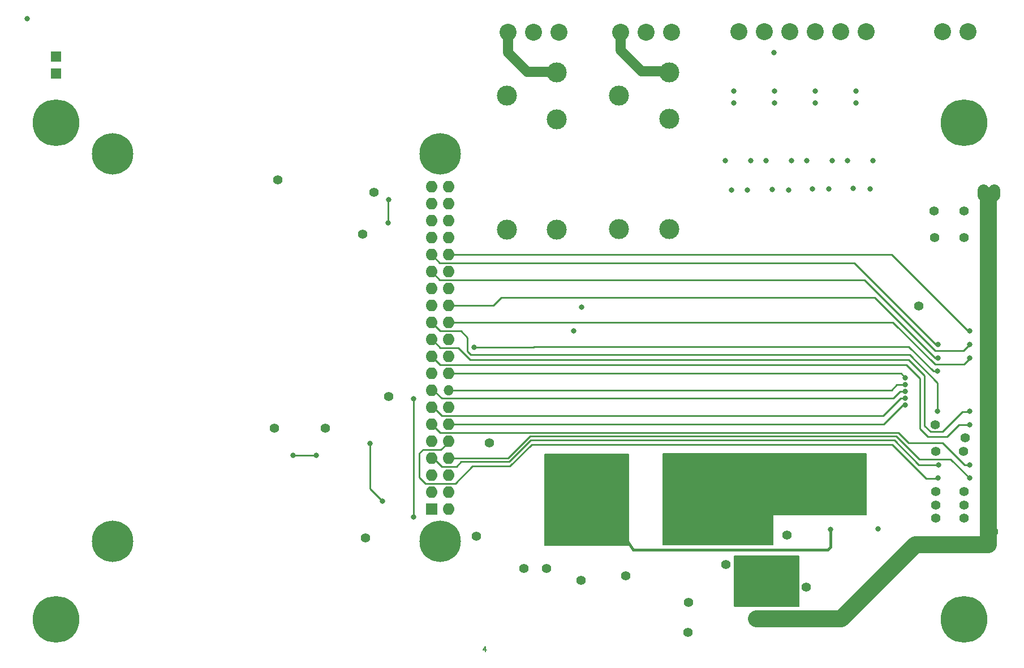
<source format=gbr>
%FSLAX23Y23*%
%MOIN*%
G04 EasyPC Gerber Version 17.0 Build 3379 *
%ADD74O,0.06000X0.06000*%
%ADD73O,0.07000X0.07000*%
%ADD77R,0.06000X0.06000*%
%ADD75R,0.07000X0.07000*%
%ADD28C,0.00500*%
%ADD83C,0.01000*%
%ADD85C,0.01500*%
%ADD81C,0.03200*%
%ADD82C,0.05000*%
%ADD80C,0.05600*%
%ADD86C,0.06000*%
%ADD84C,0.07000*%
%ADD78C,0.10000*%
%ADD79C,0.11811*%
%ADD76C,0.24409*%
%ADD72C,0.27500*%
X0Y0D02*
D02*
D28*
X2809Y87D02*
Y117D01*
X2797Y97*
X2817*
X3654Y713D02*
Y1252D01*
X3160*
Y713*
X3654*
G36*
Y1252*
X3160*
Y713*
X3654*
G37*
X3855Y1253D02*
Y719D01*
X4504*
Y894*
X5053*
Y1253*
X3855*
G36*
Y719*
X4504*
Y894*
X5053*
Y1253*
X3855*
G37*
X4655Y651D02*
X4276D01*
Y357*
X4278Y354*
X4655*
Y651*
G36*
X4276*
Y357*
X4278Y354*
X4655*
Y651*
G37*
D02*
D72*
X279Y278D03*
Y3203D03*
X5629Y278D03*
Y3203D03*
D02*
D73*
X2491Y1028D03*
Y1128D03*
Y1228D03*
Y1328D03*
Y1428D03*
Y1528D03*
Y1628D03*
Y1728D03*
Y1828D03*
Y1928D03*
Y2028D03*
Y2128D03*
Y2228D03*
Y2328D03*
Y2428D03*
Y2528D03*
Y2628D03*
Y2728D03*
Y2828D03*
X2591Y928D03*
Y1028D03*
Y1128D03*
Y1228D03*
Y1328D03*
Y1428D03*
Y1528D03*
Y1728D03*
Y1828D03*
Y1928D03*
Y2028D03*
Y2128D03*
Y2228D03*
Y2328D03*
Y2428D03*
Y2528D03*
Y2628D03*
Y2728D03*
Y2828D03*
D02*
D74*
Y1628D03*
D02*
D75*
X2491Y928D03*
D02*
D76*
X612Y737D03*
Y3020D03*
X2542Y737D03*
Y3020D03*
D02*
D77*
X278Y3493D03*
Y3593D03*
D02*
D78*
X2943Y3738D03*
X3093D03*
X3243D03*
X3606Y3739D03*
X3756D03*
X3906D03*
X4304Y3740D03*
X4454D03*
X4468Y282D02*
X4406Y281D01*
X4604Y3740D03*
X4754D03*
X4904D03*
X5054D03*
X5504D03*
X5654D03*
X5772Y2748D02*
Y720D01*
X5773Y719*
Y718*
X5342*
X4905Y281*
X4468Y282*
D02*
D79*
X2935Y2575D03*
Y3363D03*
X3230Y2575D03*
Y3225D03*
Y3500D03*
X3595Y2577D03*
Y3364D03*
X3891Y2577D03*
Y3226D03*
Y3502D03*
D02*
D80*
X1565Y1403D03*
X1586Y2868D03*
X1866Y1403D03*
X2087Y2548D03*
X2102Y756D03*
X2154Y2795D03*
X2238Y1590D03*
X2756Y768D03*
X2832Y1317D03*
X3035Y579D03*
X3170Y578D03*
X3373Y508D03*
X3635Y533D03*
X4004Y200D03*
X4006Y376D03*
X4226Y600D03*
X4406Y281D03*
X4468Y282D03*
X4587Y774D03*
X4700Y467D03*
X5364Y2125D03*
X5454Y2685D03*
X5455Y2527D03*
X5460Y1425D03*
X5461Y874D03*
Y951D03*
X5463Y1031D03*
Y1267D03*
X5626D03*
X5629Y874D03*
Y952D03*
Y1031D03*
X5630Y2527D03*
Y2685D03*
X5635Y1347D03*
X5742Y2806D03*
X5773Y718D03*
X5801Y795D03*
X5805Y2806D03*
D02*
D81*
X109Y3819D03*
X1675Y1244D03*
X1811D03*
X2130Y1315D03*
X2204Y975D03*
X2236Y2613D03*
X2238Y2752D03*
X2387Y882D03*
Y1578D03*
X2744Y1882D03*
X3329Y1978D03*
X3377Y2119D03*
X3542Y805D03*
Y879D03*
X3543Y952D03*
X3589Y743D03*
X3622Y880D03*
X3623Y806D03*
X3626Y952D03*
X3938Y804D03*
X3940Y954D03*
X3943Y879D03*
X4016Y805D03*
X4017Y880D03*
X4019Y954D03*
X4205Y854D03*
Y957D03*
Y1070D03*
X4222Y2982D03*
X4257Y1017D03*
X4260Y906D03*
Y2809D03*
X4271Y3391D03*
X4272Y3321D03*
X4312Y962D03*
Y1071D03*
X4314Y855D03*
X4354Y2809D03*
X4372Y906D03*
Y1016D03*
Y2982D03*
X4421Y854D03*
Y962D03*
X4422Y1072D03*
X4463Y2980D03*
X4500Y2811D03*
X4509Y3617D03*
X4512Y3391D03*
X4513Y3321D03*
X4597Y2809D03*
X4613Y2982D03*
X4703D03*
X4736Y2814D03*
X4753Y3321D03*
Y3391D03*
X4832Y2813D03*
X4842Y807D03*
X4852Y2982D03*
X4942D03*
X4976Y2816D03*
X4991Y3391D03*
X4992Y3321D03*
X5076Y2814D03*
X5092Y2982D03*
X5124Y810D03*
X5284Y1541D03*
Y1581D03*
Y1621D03*
Y1661D03*
Y1702D03*
X5474Y1504D03*
Y1740D03*
X5475Y1818D03*
Y1897D03*
X5476Y1110D03*
X5478Y1187D03*
X5664Y1110D03*
Y1188D03*
Y1425D03*
Y1504D03*
Y1818D03*
Y1897D03*
Y1976D03*
D02*
D82*
X4477Y542D03*
Y593D03*
X4528Y540D03*
Y593D03*
X4579Y594D03*
X4580Y540D03*
D02*
D83*
X1675Y1244D02*
X1811D01*
X2130Y1315D02*
Y1048D01*
X2204Y975*
X2236Y2613D02*
Y2751D01*
X2238Y2752*
X2387Y1578D02*
Y882D01*
X2491Y1228D02*
X2503D01*
X2552Y1178*
X2640*
X2667Y1206*
X2948*
X3075Y1333*
X5218*
X5363Y1188*
X5478*
Y1187*
X2491Y1628D02*
X2503D01*
X2551Y1580*
X5212*
X5252Y1620*
X5283*
X5284Y1621*
X2491Y1928D02*
X2495D01*
X2544Y1878*
X2650*
X2719Y1808*
X5303*
X5396Y1715*
Y1418*
X5431Y1383*
X5501*
X5620Y1501*
X5664*
Y1504*
X2491Y2028D02*
X2543Y1976D01*
X2665*
X2702Y1938*
Y1856*
X2721Y1837*
X5308*
X5474Y1671*
Y1504*
X2591Y1228D02*
Y1229D01*
X2944*
X3073Y1358*
X5229*
X5367Y1221*
X5550*
X5661Y1110*
X5664*
X2591Y1328D02*
Y1322D01*
X2547Y1278*
X2441*
X2420Y1257*
Y1113*
X2455Y1078*
X2632*
X2734Y1181*
X2954*
X3081Y1308*
X5206*
X5406Y1107*
X5476*
Y1110*
X2591Y1728D02*
Y1726D01*
X4861*
X4654Y1476D02*
X5151D01*
X5255Y1581*
X5284*
X4654Y1476D02*
X2553D01*
X2502Y1528*
X2491*
X4673Y1427D02*
X5156D01*
X5270Y1541*
X5284*
X4673Y1427D02*
X2592D01*
X2591Y1428*
X4839Y1627D02*
X5201D01*
X5234Y1661*
X5284*
X4839Y1627D02*
X2591D01*
Y1628*
X4861Y1726D02*
X5260D01*
X5284Y1702*
X5474Y1740D02*
X5448D01*
X5304Y1883*
X3095*
X3094Y1882*
X2744*
X5475Y1818D02*
X5460D01*
X5103Y2175*
X2904*
X2856Y2127*
X2591*
Y2128*
X5475Y1897D02*
X5463D01*
X4982Y2378*
X2540*
X2491Y2426*
Y2428*
X5664Y1188D02*
X5634D01*
X5503Y1319*
X5303*
X5244Y1378*
X2543*
X2494Y1428*
X2491*
Y1428*
X5664Y1425D02*
X5599D01*
X5528Y1354*
X5416*
X5369Y1402*
Y1699*
X5290Y1777*
X2543*
Y1778*
X2494Y1828*
X2491*
X5664Y1818D02*
Y1815D01*
X5629Y1780*
X5459*
X5209Y2029*
X2925*
X2923Y2028*
X2591*
X5664Y1897D02*
X5627Y1861D01*
X5459*
X5042Y2278*
X2540*
X2491Y2326*
Y2328*
X5664Y1976D02*
X5654D01*
X5202Y2427*
X3141*
X3141Y2428*
X2591*
D02*
D84*
X5742Y2806D02*
Y2778D01*
X5772Y2748*
X5773Y2747*
X5805Y2778*
Y2806*
D02*
D85*
X3589Y743D02*
X3642D01*
X3678Y689*
X4826*
X4842Y705*
Y807*
D02*
D86*
X2943Y3738D02*
Y3617D01*
X3056Y3503*
X3227*
X3230Y3500*
X3606Y3739D02*
Y3632D01*
X3730Y3507*
X3885*
X3891Y3502*
X0Y0D02*
M02*

</source>
